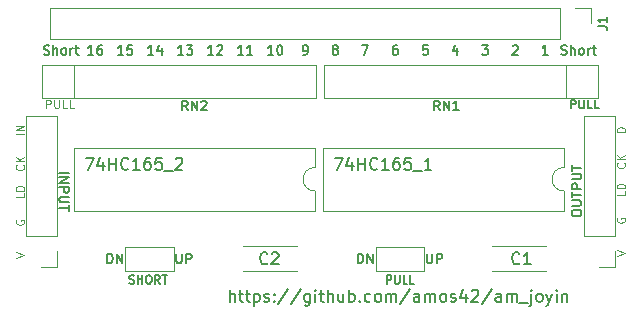
<source format=gbr>
%TF.GenerationSoftware,KiCad,Pcbnew,7.0.1*%
%TF.CreationDate,2023-05-21T17:19:05+09:00*%
%TF.ProjectId,joystick_74hc165_input_1p,6a6f7973-7469-4636-9b5f-373468633136,2*%
%TF.SameCoordinates,Original*%
%TF.FileFunction,Legend,Top*%
%TF.FilePolarity,Positive*%
%FSLAX46Y46*%
G04 Gerber Fmt 4.6, Leading zero omitted, Abs format (unit mm)*
G04 Created by KiCad (PCBNEW 7.0.1) date 2023-05-21 17:19:05*
%MOMM*%
%LPD*%
G01*
G04 APERTURE LIST*
%ADD10C,0.150000*%
%ADD11C,0.100000*%
%ADD12C,0.175000*%
%ADD13C,0.200000*%
%ADD14C,0.120000*%
G04 APERTURE END LIST*
D10*
X146262695Y-107776819D02*
X146262695Y-106776819D01*
X146691266Y-107776819D02*
X146691266Y-107253009D01*
X146691266Y-107253009D02*
X146643647Y-107157771D01*
X146643647Y-107157771D02*
X146548409Y-107110152D01*
X146548409Y-107110152D02*
X146405552Y-107110152D01*
X146405552Y-107110152D02*
X146310314Y-107157771D01*
X146310314Y-107157771D02*
X146262695Y-107205390D01*
X147024600Y-107110152D02*
X147405552Y-107110152D01*
X147167457Y-106776819D02*
X147167457Y-107633961D01*
X147167457Y-107633961D02*
X147215076Y-107729200D01*
X147215076Y-107729200D02*
X147310314Y-107776819D01*
X147310314Y-107776819D02*
X147405552Y-107776819D01*
X147596029Y-107110152D02*
X147976981Y-107110152D01*
X147738886Y-106776819D02*
X147738886Y-107633961D01*
X147738886Y-107633961D02*
X147786505Y-107729200D01*
X147786505Y-107729200D02*
X147881743Y-107776819D01*
X147881743Y-107776819D02*
X147976981Y-107776819D01*
X148310315Y-107110152D02*
X148310315Y-108110152D01*
X148310315Y-107157771D02*
X148405553Y-107110152D01*
X148405553Y-107110152D02*
X148596029Y-107110152D01*
X148596029Y-107110152D02*
X148691267Y-107157771D01*
X148691267Y-107157771D02*
X148738886Y-107205390D01*
X148738886Y-107205390D02*
X148786505Y-107300628D01*
X148786505Y-107300628D02*
X148786505Y-107586342D01*
X148786505Y-107586342D02*
X148738886Y-107681580D01*
X148738886Y-107681580D02*
X148691267Y-107729200D01*
X148691267Y-107729200D02*
X148596029Y-107776819D01*
X148596029Y-107776819D02*
X148405553Y-107776819D01*
X148405553Y-107776819D02*
X148310315Y-107729200D01*
X149167458Y-107729200D02*
X149262696Y-107776819D01*
X149262696Y-107776819D02*
X149453172Y-107776819D01*
X149453172Y-107776819D02*
X149548410Y-107729200D01*
X149548410Y-107729200D02*
X149596029Y-107633961D01*
X149596029Y-107633961D02*
X149596029Y-107586342D01*
X149596029Y-107586342D02*
X149548410Y-107491104D01*
X149548410Y-107491104D02*
X149453172Y-107443485D01*
X149453172Y-107443485D02*
X149310315Y-107443485D01*
X149310315Y-107443485D02*
X149215077Y-107395866D01*
X149215077Y-107395866D02*
X149167458Y-107300628D01*
X149167458Y-107300628D02*
X149167458Y-107253009D01*
X149167458Y-107253009D02*
X149215077Y-107157771D01*
X149215077Y-107157771D02*
X149310315Y-107110152D01*
X149310315Y-107110152D02*
X149453172Y-107110152D01*
X149453172Y-107110152D02*
X149548410Y-107157771D01*
X150024601Y-107681580D02*
X150072220Y-107729200D01*
X150072220Y-107729200D02*
X150024601Y-107776819D01*
X150024601Y-107776819D02*
X149976982Y-107729200D01*
X149976982Y-107729200D02*
X150024601Y-107681580D01*
X150024601Y-107681580D02*
X150024601Y-107776819D01*
X150024601Y-107157771D02*
X150072220Y-107205390D01*
X150072220Y-107205390D02*
X150024601Y-107253009D01*
X150024601Y-107253009D02*
X149976982Y-107205390D01*
X149976982Y-107205390D02*
X150024601Y-107157771D01*
X150024601Y-107157771D02*
X150024601Y-107253009D01*
X151215076Y-106729200D02*
X150357934Y-108014914D01*
X152262695Y-106729200D02*
X151405553Y-108014914D01*
X153024600Y-107110152D02*
X153024600Y-107919676D01*
X153024600Y-107919676D02*
X152976981Y-108014914D01*
X152976981Y-108014914D02*
X152929362Y-108062533D01*
X152929362Y-108062533D02*
X152834124Y-108110152D01*
X152834124Y-108110152D02*
X152691267Y-108110152D01*
X152691267Y-108110152D02*
X152596029Y-108062533D01*
X153024600Y-107729200D02*
X152929362Y-107776819D01*
X152929362Y-107776819D02*
X152738886Y-107776819D01*
X152738886Y-107776819D02*
X152643648Y-107729200D01*
X152643648Y-107729200D02*
X152596029Y-107681580D01*
X152596029Y-107681580D02*
X152548410Y-107586342D01*
X152548410Y-107586342D02*
X152548410Y-107300628D01*
X152548410Y-107300628D02*
X152596029Y-107205390D01*
X152596029Y-107205390D02*
X152643648Y-107157771D01*
X152643648Y-107157771D02*
X152738886Y-107110152D01*
X152738886Y-107110152D02*
X152929362Y-107110152D01*
X152929362Y-107110152D02*
X153024600Y-107157771D01*
X153500791Y-107776819D02*
X153500791Y-107110152D01*
X153500791Y-106776819D02*
X153453172Y-106824438D01*
X153453172Y-106824438D02*
X153500791Y-106872057D01*
X153500791Y-106872057D02*
X153548410Y-106824438D01*
X153548410Y-106824438D02*
X153500791Y-106776819D01*
X153500791Y-106776819D02*
X153500791Y-106872057D01*
X153834124Y-107110152D02*
X154215076Y-107110152D01*
X153976981Y-106776819D02*
X153976981Y-107633961D01*
X153976981Y-107633961D02*
X154024600Y-107729200D01*
X154024600Y-107729200D02*
X154119838Y-107776819D01*
X154119838Y-107776819D02*
X154215076Y-107776819D01*
X154548410Y-107776819D02*
X154548410Y-106776819D01*
X154976981Y-107776819D02*
X154976981Y-107253009D01*
X154976981Y-107253009D02*
X154929362Y-107157771D01*
X154929362Y-107157771D02*
X154834124Y-107110152D01*
X154834124Y-107110152D02*
X154691267Y-107110152D01*
X154691267Y-107110152D02*
X154596029Y-107157771D01*
X154596029Y-107157771D02*
X154548410Y-107205390D01*
X155881743Y-107110152D02*
X155881743Y-107776819D01*
X155453172Y-107110152D02*
X155453172Y-107633961D01*
X155453172Y-107633961D02*
X155500791Y-107729200D01*
X155500791Y-107729200D02*
X155596029Y-107776819D01*
X155596029Y-107776819D02*
X155738886Y-107776819D01*
X155738886Y-107776819D02*
X155834124Y-107729200D01*
X155834124Y-107729200D02*
X155881743Y-107681580D01*
X156357934Y-107776819D02*
X156357934Y-106776819D01*
X156357934Y-107157771D02*
X156453172Y-107110152D01*
X156453172Y-107110152D02*
X156643648Y-107110152D01*
X156643648Y-107110152D02*
X156738886Y-107157771D01*
X156738886Y-107157771D02*
X156786505Y-107205390D01*
X156786505Y-107205390D02*
X156834124Y-107300628D01*
X156834124Y-107300628D02*
X156834124Y-107586342D01*
X156834124Y-107586342D02*
X156786505Y-107681580D01*
X156786505Y-107681580D02*
X156738886Y-107729200D01*
X156738886Y-107729200D02*
X156643648Y-107776819D01*
X156643648Y-107776819D02*
X156453172Y-107776819D01*
X156453172Y-107776819D02*
X156357934Y-107729200D01*
X157262696Y-107681580D02*
X157310315Y-107729200D01*
X157310315Y-107729200D02*
X157262696Y-107776819D01*
X157262696Y-107776819D02*
X157215077Y-107729200D01*
X157215077Y-107729200D02*
X157262696Y-107681580D01*
X157262696Y-107681580D02*
X157262696Y-107776819D01*
X158167457Y-107729200D02*
X158072219Y-107776819D01*
X158072219Y-107776819D02*
X157881743Y-107776819D01*
X157881743Y-107776819D02*
X157786505Y-107729200D01*
X157786505Y-107729200D02*
X157738886Y-107681580D01*
X157738886Y-107681580D02*
X157691267Y-107586342D01*
X157691267Y-107586342D02*
X157691267Y-107300628D01*
X157691267Y-107300628D02*
X157738886Y-107205390D01*
X157738886Y-107205390D02*
X157786505Y-107157771D01*
X157786505Y-107157771D02*
X157881743Y-107110152D01*
X157881743Y-107110152D02*
X158072219Y-107110152D01*
X158072219Y-107110152D02*
X158167457Y-107157771D01*
X158738886Y-107776819D02*
X158643648Y-107729200D01*
X158643648Y-107729200D02*
X158596029Y-107681580D01*
X158596029Y-107681580D02*
X158548410Y-107586342D01*
X158548410Y-107586342D02*
X158548410Y-107300628D01*
X158548410Y-107300628D02*
X158596029Y-107205390D01*
X158596029Y-107205390D02*
X158643648Y-107157771D01*
X158643648Y-107157771D02*
X158738886Y-107110152D01*
X158738886Y-107110152D02*
X158881743Y-107110152D01*
X158881743Y-107110152D02*
X158976981Y-107157771D01*
X158976981Y-107157771D02*
X159024600Y-107205390D01*
X159024600Y-107205390D02*
X159072219Y-107300628D01*
X159072219Y-107300628D02*
X159072219Y-107586342D01*
X159072219Y-107586342D02*
X159024600Y-107681580D01*
X159024600Y-107681580D02*
X158976981Y-107729200D01*
X158976981Y-107729200D02*
X158881743Y-107776819D01*
X158881743Y-107776819D02*
X158738886Y-107776819D01*
X159500791Y-107776819D02*
X159500791Y-107110152D01*
X159500791Y-107205390D02*
X159548410Y-107157771D01*
X159548410Y-107157771D02*
X159643648Y-107110152D01*
X159643648Y-107110152D02*
X159786505Y-107110152D01*
X159786505Y-107110152D02*
X159881743Y-107157771D01*
X159881743Y-107157771D02*
X159929362Y-107253009D01*
X159929362Y-107253009D02*
X159929362Y-107776819D01*
X159929362Y-107253009D02*
X159976981Y-107157771D01*
X159976981Y-107157771D02*
X160072219Y-107110152D01*
X160072219Y-107110152D02*
X160215076Y-107110152D01*
X160215076Y-107110152D02*
X160310315Y-107157771D01*
X160310315Y-107157771D02*
X160357934Y-107253009D01*
X160357934Y-107253009D02*
X160357934Y-107776819D01*
X161548409Y-106729200D02*
X160691267Y-108014914D01*
X162310314Y-107776819D02*
X162310314Y-107253009D01*
X162310314Y-107253009D02*
X162262695Y-107157771D01*
X162262695Y-107157771D02*
X162167457Y-107110152D01*
X162167457Y-107110152D02*
X161976981Y-107110152D01*
X161976981Y-107110152D02*
X161881743Y-107157771D01*
X162310314Y-107729200D02*
X162215076Y-107776819D01*
X162215076Y-107776819D02*
X161976981Y-107776819D01*
X161976981Y-107776819D02*
X161881743Y-107729200D01*
X161881743Y-107729200D02*
X161834124Y-107633961D01*
X161834124Y-107633961D02*
X161834124Y-107538723D01*
X161834124Y-107538723D02*
X161881743Y-107443485D01*
X161881743Y-107443485D02*
X161976981Y-107395866D01*
X161976981Y-107395866D02*
X162215076Y-107395866D01*
X162215076Y-107395866D02*
X162310314Y-107348247D01*
X162786505Y-107776819D02*
X162786505Y-107110152D01*
X162786505Y-107205390D02*
X162834124Y-107157771D01*
X162834124Y-107157771D02*
X162929362Y-107110152D01*
X162929362Y-107110152D02*
X163072219Y-107110152D01*
X163072219Y-107110152D02*
X163167457Y-107157771D01*
X163167457Y-107157771D02*
X163215076Y-107253009D01*
X163215076Y-107253009D02*
X163215076Y-107776819D01*
X163215076Y-107253009D02*
X163262695Y-107157771D01*
X163262695Y-107157771D02*
X163357933Y-107110152D01*
X163357933Y-107110152D02*
X163500790Y-107110152D01*
X163500790Y-107110152D02*
X163596029Y-107157771D01*
X163596029Y-107157771D02*
X163643648Y-107253009D01*
X163643648Y-107253009D02*
X163643648Y-107776819D01*
X164262695Y-107776819D02*
X164167457Y-107729200D01*
X164167457Y-107729200D02*
X164119838Y-107681580D01*
X164119838Y-107681580D02*
X164072219Y-107586342D01*
X164072219Y-107586342D02*
X164072219Y-107300628D01*
X164072219Y-107300628D02*
X164119838Y-107205390D01*
X164119838Y-107205390D02*
X164167457Y-107157771D01*
X164167457Y-107157771D02*
X164262695Y-107110152D01*
X164262695Y-107110152D02*
X164405552Y-107110152D01*
X164405552Y-107110152D02*
X164500790Y-107157771D01*
X164500790Y-107157771D02*
X164548409Y-107205390D01*
X164548409Y-107205390D02*
X164596028Y-107300628D01*
X164596028Y-107300628D02*
X164596028Y-107586342D01*
X164596028Y-107586342D02*
X164548409Y-107681580D01*
X164548409Y-107681580D02*
X164500790Y-107729200D01*
X164500790Y-107729200D02*
X164405552Y-107776819D01*
X164405552Y-107776819D02*
X164262695Y-107776819D01*
X164976981Y-107729200D02*
X165072219Y-107776819D01*
X165072219Y-107776819D02*
X165262695Y-107776819D01*
X165262695Y-107776819D02*
X165357933Y-107729200D01*
X165357933Y-107729200D02*
X165405552Y-107633961D01*
X165405552Y-107633961D02*
X165405552Y-107586342D01*
X165405552Y-107586342D02*
X165357933Y-107491104D01*
X165357933Y-107491104D02*
X165262695Y-107443485D01*
X165262695Y-107443485D02*
X165119838Y-107443485D01*
X165119838Y-107443485D02*
X165024600Y-107395866D01*
X165024600Y-107395866D02*
X164976981Y-107300628D01*
X164976981Y-107300628D02*
X164976981Y-107253009D01*
X164976981Y-107253009D02*
X165024600Y-107157771D01*
X165024600Y-107157771D02*
X165119838Y-107110152D01*
X165119838Y-107110152D02*
X165262695Y-107110152D01*
X165262695Y-107110152D02*
X165357933Y-107157771D01*
X166262695Y-107110152D02*
X166262695Y-107776819D01*
X166024600Y-106729200D02*
X165786505Y-107443485D01*
X165786505Y-107443485D02*
X166405552Y-107443485D01*
X166738886Y-106872057D02*
X166786505Y-106824438D01*
X166786505Y-106824438D02*
X166881743Y-106776819D01*
X166881743Y-106776819D02*
X167119838Y-106776819D01*
X167119838Y-106776819D02*
X167215076Y-106824438D01*
X167215076Y-106824438D02*
X167262695Y-106872057D01*
X167262695Y-106872057D02*
X167310314Y-106967295D01*
X167310314Y-106967295D02*
X167310314Y-107062533D01*
X167310314Y-107062533D02*
X167262695Y-107205390D01*
X167262695Y-107205390D02*
X166691267Y-107776819D01*
X166691267Y-107776819D02*
X167310314Y-107776819D01*
X168453171Y-106729200D02*
X167596029Y-108014914D01*
X169215076Y-107776819D02*
X169215076Y-107253009D01*
X169215076Y-107253009D02*
X169167457Y-107157771D01*
X169167457Y-107157771D02*
X169072219Y-107110152D01*
X169072219Y-107110152D02*
X168881743Y-107110152D01*
X168881743Y-107110152D02*
X168786505Y-107157771D01*
X169215076Y-107729200D02*
X169119838Y-107776819D01*
X169119838Y-107776819D02*
X168881743Y-107776819D01*
X168881743Y-107776819D02*
X168786505Y-107729200D01*
X168786505Y-107729200D02*
X168738886Y-107633961D01*
X168738886Y-107633961D02*
X168738886Y-107538723D01*
X168738886Y-107538723D02*
X168786505Y-107443485D01*
X168786505Y-107443485D02*
X168881743Y-107395866D01*
X168881743Y-107395866D02*
X169119838Y-107395866D01*
X169119838Y-107395866D02*
X169215076Y-107348247D01*
X169691267Y-107776819D02*
X169691267Y-107110152D01*
X169691267Y-107205390D02*
X169738886Y-107157771D01*
X169738886Y-107157771D02*
X169834124Y-107110152D01*
X169834124Y-107110152D02*
X169976981Y-107110152D01*
X169976981Y-107110152D02*
X170072219Y-107157771D01*
X170072219Y-107157771D02*
X170119838Y-107253009D01*
X170119838Y-107253009D02*
X170119838Y-107776819D01*
X170119838Y-107253009D02*
X170167457Y-107157771D01*
X170167457Y-107157771D02*
X170262695Y-107110152D01*
X170262695Y-107110152D02*
X170405552Y-107110152D01*
X170405552Y-107110152D02*
X170500791Y-107157771D01*
X170500791Y-107157771D02*
X170548410Y-107253009D01*
X170548410Y-107253009D02*
X170548410Y-107776819D01*
X170786505Y-107872057D02*
X171548409Y-107872057D01*
X171786505Y-107110152D02*
X171786505Y-107967295D01*
X171786505Y-107967295D02*
X171738886Y-108062533D01*
X171738886Y-108062533D02*
X171643648Y-108110152D01*
X171643648Y-108110152D02*
X171596029Y-108110152D01*
X171786505Y-106776819D02*
X171738886Y-106824438D01*
X171738886Y-106824438D02*
X171786505Y-106872057D01*
X171786505Y-106872057D02*
X171834124Y-106824438D01*
X171834124Y-106824438D02*
X171786505Y-106776819D01*
X171786505Y-106776819D02*
X171786505Y-106872057D01*
X172405552Y-107776819D02*
X172310314Y-107729200D01*
X172310314Y-107729200D02*
X172262695Y-107681580D01*
X172262695Y-107681580D02*
X172215076Y-107586342D01*
X172215076Y-107586342D02*
X172215076Y-107300628D01*
X172215076Y-107300628D02*
X172262695Y-107205390D01*
X172262695Y-107205390D02*
X172310314Y-107157771D01*
X172310314Y-107157771D02*
X172405552Y-107110152D01*
X172405552Y-107110152D02*
X172548409Y-107110152D01*
X172548409Y-107110152D02*
X172643647Y-107157771D01*
X172643647Y-107157771D02*
X172691266Y-107205390D01*
X172691266Y-107205390D02*
X172738885Y-107300628D01*
X172738885Y-107300628D02*
X172738885Y-107586342D01*
X172738885Y-107586342D02*
X172691266Y-107681580D01*
X172691266Y-107681580D02*
X172643647Y-107729200D01*
X172643647Y-107729200D02*
X172548409Y-107776819D01*
X172548409Y-107776819D02*
X172405552Y-107776819D01*
X173072219Y-107110152D02*
X173310314Y-107776819D01*
X173548409Y-107110152D02*
X173310314Y-107776819D01*
X173310314Y-107776819D02*
X173215076Y-108014914D01*
X173215076Y-108014914D02*
X173167457Y-108062533D01*
X173167457Y-108062533D02*
X173072219Y-108110152D01*
X173929362Y-107776819D02*
X173929362Y-107110152D01*
X173929362Y-106776819D02*
X173881743Y-106824438D01*
X173881743Y-106824438D02*
X173929362Y-106872057D01*
X173929362Y-106872057D02*
X173976981Y-106824438D01*
X173976981Y-106824438D02*
X173929362Y-106776819D01*
X173929362Y-106776819D02*
X173929362Y-106872057D01*
X174405552Y-107110152D02*
X174405552Y-107776819D01*
X174405552Y-107205390D02*
X174453171Y-107157771D01*
X174453171Y-107157771D02*
X174548409Y-107110152D01*
X174548409Y-107110152D02*
X174691266Y-107110152D01*
X174691266Y-107110152D02*
X174786504Y-107157771D01*
X174786504Y-107157771D02*
X174834123Y-107253009D01*
X174834123Y-107253009D02*
X174834123Y-107776819D01*
D11*
X128147833Y-104074997D02*
X128847833Y-103841664D01*
X128847833Y-103841664D02*
X128147833Y-103608330D01*
X128181166Y-100874998D02*
X128147833Y-100941665D01*
X128147833Y-100941665D02*
X128147833Y-101041665D01*
X128147833Y-101041665D02*
X128181166Y-101141665D01*
X128181166Y-101141665D02*
X128247833Y-101208332D01*
X128247833Y-101208332D02*
X128314500Y-101241665D01*
X128314500Y-101241665D02*
X128447833Y-101274998D01*
X128447833Y-101274998D02*
X128547833Y-101274998D01*
X128547833Y-101274998D02*
X128681166Y-101241665D01*
X128681166Y-101241665D02*
X128747833Y-101208332D01*
X128747833Y-101208332D02*
X128814500Y-101141665D01*
X128814500Y-101141665D02*
X128847833Y-101041665D01*
X128847833Y-101041665D02*
X128847833Y-100974998D01*
X128847833Y-100974998D02*
X128814500Y-100874998D01*
X128814500Y-100874998D02*
X128781166Y-100841665D01*
X128781166Y-100841665D02*
X128547833Y-100841665D01*
X128547833Y-100841665D02*
X128547833Y-100974998D01*
X128847833Y-98608333D02*
X128847833Y-98941666D01*
X128847833Y-98941666D02*
X128147833Y-98941666D01*
X128847833Y-98374999D02*
X128147833Y-98374999D01*
X128147833Y-98374999D02*
X128147833Y-98208332D01*
X128147833Y-98208332D02*
X128181166Y-98108332D01*
X128181166Y-98108332D02*
X128247833Y-98041666D01*
X128247833Y-98041666D02*
X128314500Y-98008332D01*
X128314500Y-98008332D02*
X128447833Y-97974999D01*
X128447833Y-97974999D02*
X128547833Y-97974999D01*
X128547833Y-97974999D02*
X128681166Y-98008332D01*
X128681166Y-98008332D02*
X128747833Y-98041666D01*
X128747833Y-98041666D02*
X128814500Y-98108332D01*
X128814500Y-98108332D02*
X128847833Y-98208332D01*
X128847833Y-98208332D02*
X128847833Y-98374999D01*
X128781166Y-96208333D02*
X128814500Y-96241666D01*
X128814500Y-96241666D02*
X128847833Y-96341666D01*
X128847833Y-96341666D02*
X128847833Y-96408333D01*
X128847833Y-96408333D02*
X128814500Y-96508333D01*
X128814500Y-96508333D02*
X128747833Y-96575000D01*
X128747833Y-96575000D02*
X128681166Y-96608333D01*
X128681166Y-96608333D02*
X128547833Y-96641666D01*
X128547833Y-96641666D02*
X128447833Y-96641666D01*
X128447833Y-96641666D02*
X128314500Y-96608333D01*
X128314500Y-96608333D02*
X128247833Y-96575000D01*
X128247833Y-96575000D02*
X128181166Y-96508333D01*
X128181166Y-96508333D02*
X128147833Y-96408333D01*
X128147833Y-96408333D02*
X128147833Y-96341666D01*
X128147833Y-96341666D02*
X128181166Y-96241666D01*
X128181166Y-96241666D02*
X128214500Y-96208333D01*
X128847833Y-95908333D02*
X128147833Y-95908333D01*
X128847833Y-95508333D02*
X128447833Y-95808333D01*
X128147833Y-95508333D02*
X128547833Y-95908333D01*
X128847833Y-93608334D02*
X128147833Y-93608334D01*
X128847833Y-93275001D02*
X128147833Y-93275001D01*
X128147833Y-93275001D02*
X128847833Y-92875001D01*
X128847833Y-92875001D02*
X128147833Y-92875001D01*
X179024033Y-103891664D02*
X179724033Y-103658331D01*
X179724033Y-103658331D02*
X179024033Y-103424997D01*
X179057366Y-100691665D02*
X179024033Y-100758332D01*
X179024033Y-100758332D02*
X179024033Y-100858332D01*
X179024033Y-100858332D02*
X179057366Y-100958332D01*
X179057366Y-100958332D02*
X179124033Y-101024999D01*
X179124033Y-101024999D02*
X179190700Y-101058332D01*
X179190700Y-101058332D02*
X179324033Y-101091665D01*
X179324033Y-101091665D02*
X179424033Y-101091665D01*
X179424033Y-101091665D02*
X179557366Y-101058332D01*
X179557366Y-101058332D02*
X179624033Y-101024999D01*
X179624033Y-101024999D02*
X179690700Y-100958332D01*
X179690700Y-100958332D02*
X179724033Y-100858332D01*
X179724033Y-100858332D02*
X179724033Y-100791665D01*
X179724033Y-100791665D02*
X179690700Y-100691665D01*
X179690700Y-100691665D02*
X179657366Y-100658332D01*
X179657366Y-100658332D02*
X179424033Y-100658332D01*
X179424033Y-100658332D02*
X179424033Y-100791665D01*
X179724033Y-98425000D02*
X179724033Y-98758333D01*
X179724033Y-98758333D02*
X179024033Y-98758333D01*
X179724033Y-98191666D02*
X179024033Y-98191666D01*
X179024033Y-98191666D02*
X179024033Y-98024999D01*
X179024033Y-98024999D02*
X179057366Y-97924999D01*
X179057366Y-97924999D02*
X179124033Y-97858333D01*
X179124033Y-97858333D02*
X179190700Y-97824999D01*
X179190700Y-97824999D02*
X179324033Y-97791666D01*
X179324033Y-97791666D02*
X179424033Y-97791666D01*
X179424033Y-97791666D02*
X179557366Y-97824999D01*
X179557366Y-97824999D02*
X179624033Y-97858333D01*
X179624033Y-97858333D02*
X179690700Y-97924999D01*
X179690700Y-97924999D02*
X179724033Y-98024999D01*
X179724033Y-98024999D02*
X179724033Y-98191666D01*
X179657366Y-96025000D02*
X179690700Y-96058333D01*
X179690700Y-96058333D02*
X179724033Y-96158333D01*
X179724033Y-96158333D02*
X179724033Y-96225000D01*
X179724033Y-96225000D02*
X179690700Y-96325000D01*
X179690700Y-96325000D02*
X179624033Y-96391667D01*
X179624033Y-96391667D02*
X179557366Y-96425000D01*
X179557366Y-96425000D02*
X179424033Y-96458333D01*
X179424033Y-96458333D02*
X179324033Y-96458333D01*
X179324033Y-96458333D02*
X179190700Y-96425000D01*
X179190700Y-96425000D02*
X179124033Y-96391667D01*
X179124033Y-96391667D02*
X179057366Y-96325000D01*
X179057366Y-96325000D02*
X179024033Y-96225000D01*
X179024033Y-96225000D02*
X179024033Y-96158333D01*
X179024033Y-96158333D02*
X179057366Y-96058333D01*
X179057366Y-96058333D02*
X179090700Y-96025000D01*
X179724033Y-95725000D02*
X179024033Y-95725000D01*
X179724033Y-95325000D02*
X179324033Y-95625000D01*
X179024033Y-95325000D02*
X179424033Y-95725000D01*
X179724033Y-93425001D02*
X179024033Y-93425001D01*
X179024033Y-93425001D02*
X179024033Y-93258334D01*
X179024033Y-93258334D02*
X179057366Y-93158334D01*
X179057366Y-93158334D02*
X179124033Y-93091668D01*
X179124033Y-93091668D02*
X179190700Y-93058334D01*
X179190700Y-93058334D02*
X179324033Y-93025001D01*
X179324033Y-93025001D02*
X179424033Y-93025001D01*
X179424033Y-93025001D02*
X179557366Y-93058334D01*
X179557366Y-93058334D02*
X179624033Y-93091668D01*
X179624033Y-93091668D02*
X179690700Y-93158334D01*
X179690700Y-93158334D02*
X179724033Y-93258334D01*
X179724033Y-93258334D02*
X179724033Y-93425001D01*
D10*
X174339427Y-86819000D02*
X174453713Y-86857095D01*
X174453713Y-86857095D02*
X174644189Y-86857095D01*
X174644189Y-86857095D02*
X174720380Y-86819000D01*
X174720380Y-86819000D02*
X174758475Y-86780904D01*
X174758475Y-86780904D02*
X174796570Y-86704714D01*
X174796570Y-86704714D02*
X174796570Y-86628523D01*
X174796570Y-86628523D02*
X174758475Y-86552333D01*
X174758475Y-86552333D02*
X174720380Y-86514238D01*
X174720380Y-86514238D02*
X174644189Y-86476142D01*
X174644189Y-86476142D02*
X174491808Y-86438047D01*
X174491808Y-86438047D02*
X174415618Y-86399952D01*
X174415618Y-86399952D02*
X174377523Y-86361857D01*
X174377523Y-86361857D02*
X174339427Y-86285666D01*
X174339427Y-86285666D02*
X174339427Y-86209476D01*
X174339427Y-86209476D02*
X174377523Y-86133285D01*
X174377523Y-86133285D02*
X174415618Y-86095190D01*
X174415618Y-86095190D02*
X174491808Y-86057095D01*
X174491808Y-86057095D02*
X174682285Y-86057095D01*
X174682285Y-86057095D02*
X174796570Y-86095190D01*
X175139428Y-86857095D02*
X175139428Y-86057095D01*
X175482285Y-86857095D02*
X175482285Y-86438047D01*
X175482285Y-86438047D02*
X175444190Y-86361857D01*
X175444190Y-86361857D02*
X175367999Y-86323761D01*
X175367999Y-86323761D02*
X175253713Y-86323761D01*
X175253713Y-86323761D02*
X175177523Y-86361857D01*
X175177523Y-86361857D02*
X175139428Y-86399952D01*
X175977523Y-86857095D02*
X175901333Y-86819000D01*
X175901333Y-86819000D02*
X175863238Y-86780904D01*
X175863238Y-86780904D02*
X175825142Y-86704714D01*
X175825142Y-86704714D02*
X175825142Y-86476142D01*
X175825142Y-86476142D02*
X175863238Y-86399952D01*
X175863238Y-86399952D02*
X175901333Y-86361857D01*
X175901333Y-86361857D02*
X175977523Y-86323761D01*
X175977523Y-86323761D02*
X176091809Y-86323761D01*
X176091809Y-86323761D02*
X176168000Y-86361857D01*
X176168000Y-86361857D02*
X176206095Y-86399952D01*
X176206095Y-86399952D02*
X176244190Y-86476142D01*
X176244190Y-86476142D02*
X176244190Y-86704714D01*
X176244190Y-86704714D02*
X176206095Y-86780904D01*
X176206095Y-86780904D02*
X176168000Y-86819000D01*
X176168000Y-86819000D02*
X176091809Y-86857095D01*
X176091809Y-86857095D02*
X175977523Y-86857095D01*
X176587048Y-86857095D02*
X176587048Y-86323761D01*
X176587048Y-86476142D02*
X176625143Y-86399952D01*
X176625143Y-86399952D02*
X176663238Y-86361857D01*
X176663238Y-86361857D02*
X176739429Y-86323761D01*
X176739429Y-86323761D02*
X176815619Y-86323761D01*
X176968000Y-86323761D02*
X177272762Y-86323761D01*
X177082286Y-86057095D02*
X177082286Y-86742809D01*
X177082286Y-86742809D02*
X177120381Y-86819000D01*
X177120381Y-86819000D02*
X177196571Y-86857095D01*
X177196571Y-86857095D02*
X177272762Y-86857095D01*
X134721618Y-86857095D02*
X134264475Y-86857095D01*
X134493047Y-86857095D02*
X134493047Y-86057095D01*
X134493047Y-86057095D02*
X134416856Y-86171380D01*
X134416856Y-86171380D02*
X134340666Y-86247571D01*
X134340666Y-86247571D02*
X134264475Y-86285666D01*
X135407333Y-86057095D02*
X135254952Y-86057095D01*
X135254952Y-86057095D02*
X135178761Y-86095190D01*
X135178761Y-86095190D02*
X135140666Y-86133285D01*
X135140666Y-86133285D02*
X135064476Y-86247571D01*
X135064476Y-86247571D02*
X135026380Y-86399952D01*
X135026380Y-86399952D02*
X135026380Y-86704714D01*
X135026380Y-86704714D02*
X135064476Y-86780904D01*
X135064476Y-86780904D02*
X135102571Y-86819000D01*
X135102571Y-86819000D02*
X135178761Y-86857095D01*
X135178761Y-86857095D02*
X135331142Y-86857095D01*
X135331142Y-86857095D02*
X135407333Y-86819000D01*
X135407333Y-86819000D02*
X135445428Y-86780904D01*
X135445428Y-86780904D02*
X135483523Y-86704714D01*
X135483523Y-86704714D02*
X135483523Y-86514238D01*
X135483523Y-86514238D02*
X135445428Y-86438047D01*
X135445428Y-86438047D02*
X135407333Y-86399952D01*
X135407333Y-86399952D02*
X135331142Y-86361857D01*
X135331142Y-86361857D02*
X135178761Y-86361857D01*
X135178761Y-86361857D02*
X135102571Y-86399952D01*
X135102571Y-86399952D02*
X135064476Y-86438047D01*
X135064476Y-86438047D02*
X135026380Y-86514238D01*
X155117809Y-86399952D02*
X155041619Y-86361857D01*
X155041619Y-86361857D02*
X155003524Y-86323761D01*
X155003524Y-86323761D02*
X154965428Y-86247571D01*
X154965428Y-86247571D02*
X154965428Y-86209476D01*
X154965428Y-86209476D02*
X155003524Y-86133285D01*
X155003524Y-86133285D02*
X155041619Y-86095190D01*
X155041619Y-86095190D02*
X155117809Y-86057095D01*
X155117809Y-86057095D02*
X155270190Y-86057095D01*
X155270190Y-86057095D02*
X155346381Y-86095190D01*
X155346381Y-86095190D02*
X155384476Y-86133285D01*
X155384476Y-86133285D02*
X155422571Y-86209476D01*
X155422571Y-86209476D02*
X155422571Y-86247571D01*
X155422571Y-86247571D02*
X155384476Y-86323761D01*
X155384476Y-86323761D02*
X155346381Y-86361857D01*
X155346381Y-86361857D02*
X155270190Y-86399952D01*
X155270190Y-86399952D02*
X155117809Y-86399952D01*
X155117809Y-86399952D02*
X155041619Y-86438047D01*
X155041619Y-86438047D02*
X155003524Y-86476142D01*
X155003524Y-86476142D02*
X154965428Y-86552333D01*
X154965428Y-86552333D02*
X154965428Y-86704714D01*
X154965428Y-86704714D02*
X155003524Y-86780904D01*
X155003524Y-86780904D02*
X155041619Y-86819000D01*
X155041619Y-86819000D02*
X155117809Y-86857095D01*
X155117809Y-86857095D02*
X155270190Y-86857095D01*
X155270190Y-86857095D02*
X155346381Y-86819000D01*
X155346381Y-86819000D02*
X155384476Y-86780904D01*
X155384476Y-86780904D02*
X155422571Y-86704714D01*
X155422571Y-86704714D02*
X155422571Y-86552333D01*
X155422571Y-86552333D02*
X155384476Y-86476142D01*
X155384476Y-86476142D02*
X155346381Y-86438047D01*
X155346381Y-86438047D02*
X155270190Y-86399952D01*
X173202571Y-86857095D02*
X172745428Y-86857095D01*
X172974000Y-86857095D02*
X172974000Y-86057095D01*
X172974000Y-86057095D02*
X172897809Y-86171380D01*
X172897809Y-86171380D02*
X172821619Y-86247571D01*
X172821619Y-86247571D02*
X172745428Y-86285666D01*
D12*
X137769000Y-106208500D02*
X137869000Y-106241833D01*
X137869000Y-106241833D02*
X138035667Y-106241833D01*
X138035667Y-106241833D02*
X138102333Y-106208500D01*
X138102333Y-106208500D02*
X138135667Y-106175166D01*
X138135667Y-106175166D02*
X138169000Y-106108500D01*
X138169000Y-106108500D02*
X138169000Y-106041833D01*
X138169000Y-106041833D02*
X138135667Y-105975166D01*
X138135667Y-105975166D02*
X138102333Y-105941833D01*
X138102333Y-105941833D02*
X138035667Y-105908500D01*
X138035667Y-105908500D02*
X137902333Y-105875166D01*
X137902333Y-105875166D02*
X137835667Y-105841833D01*
X137835667Y-105841833D02*
X137802333Y-105808500D01*
X137802333Y-105808500D02*
X137769000Y-105741833D01*
X137769000Y-105741833D02*
X137769000Y-105675166D01*
X137769000Y-105675166D02*
X137802333Y-105608500D01*
X137802333Y-105608500D02*
X137835667Y-105575166D01*
X137835667Y-105575166D02*
X137902333Y-105541833D01*
X137902333Y-105541833D02*
X138069000Y-105541833D01*
X138069000Y-105541833D02*
X138169000Y-105575166D01*
X138469000Y-106241833D02*
X138469000Y-105541833D01*
X138469000Y-105875166D02*
X138869000Y-105875166D01*
X138869000Y-106241833D02*
X138869000Y-105541833D01*
X139335667Y-105541833D02*
X139469000Y-105541833D01*
X139469000Y-105541833D02*
X139535667Y-105575166D01*
X139535667Y-105575166D02*
X139602333Y-105641833D01*
X139602333Y-105641833D02*
X139635667Y-105775166D01*
X139635667Y-105775166D02*
X139635667Y-106008500D01*
X139635667Y-106008500D02*
X139602333Y-106141833D01*
X139602333Y-106141833D02*
X139535667Y-106208500D01*
X139535667Y-106208500D02*
X139469000Y-106241833D01*
X139469000Y-106241833D02*
X139335667Y-106241833D01*
X139335667Y-106241833D02*
X139269000Y-106208500D01*
X139269000Y-106208500D02*
X139202333Y-106141833D01*
X139202333Y-106141833D02*
X139169000Y-106008500D01*
X139169000Y-106008500D02*
X139169000Y-105775166D01*
X139169000Y-105775166D02*
X139202333Y-105641833D01*
X139202333Y-105641833D02*
X139269000Y-105575166D01*
X139269000Y-105575166D02*
X139335667Y-105541833D01*
X140335666Y-106241833D02*
X140102333Y-105908500D01*
X139935666Y-106241833D02*
X139935666Y-105541833D01*
X139935666Y-105541833D02*
X140202333Y-105541833D01*
X140202333Y-105541833D02*
X140269000Y-105575166D01*
X140269000Y-105575166D02*
X140302333Y-105608500D01*
X140302333Y-105608500D02*
X140335666Y-105675166D01*
X140335666Y-105675166D02*
X140335666Y-105775166D01*
X140335666Y-105775166D02*
X140302333Y-105841833D01*
X140302333Y-105841833D02*
X140269000Y-105875166D01*
X140269000Y-105875166D02*
X140202333Y-105908500D01*
X140202333Y-105908500D02*
X139935666Y-105908500D01*
X140535666Y-105541833D02*
X140935666Y-105541833D01*
X140735666Y-106241833D02*
X140735666Y-105541833D01*
D13*
X175211095Y-100348808D02*
X175211095Y-100196427D01*
X175211095Y-100196427D02*
X175249190Y-100120237D01*
X175249190Y-100120237D02*
X175325380Y-100044046D01*
X175325380Y-100044046D02*
X175477761Y-100005951D01*
X175477761Y-100005951D02*
X175744428Y-100005951D01*
X175744428Y-100005951D02*
X175896809Y-100044046D01*
X175896809Y-100044046D02*
X175973000Y-100120237D01*
X175973000Y-100120237D02*
X176011095Y-100196427D01*
X176011095Y-100196427D02*
X176011095Y-100348808D01*
X176011095Y-100348808D02*
X175973000Y-100424999D01*
X175973000Y-100424999D02*
X175896809Y-100501189D01*
X175896809Y-100501189D02*
X175744428Y-100539285D01*
X175744428Y-100539285D02*
X175477761Y-100539285D01*
X175477761Y-100539285D02*
X175325380Y-100501189D01*
X175325380Y-100501189D02*
X175249190Y-100424999D01*
X175249190Y-100424999D02*
X175211095Y-100348808D01*
X175211095Y-99663094D02*
X175858714Y-99663094D01*
X175858714Y-99663094D02*
X175934904Y-99624999D01*
X175934904Y-99624999D02*
X175973000Y-99586904D01*
X175973000Y-99586904D02*
X176011095Y-99510713D01*
X176011095Y-99510713D02*
X176011095Y-99358332D01*
X176011095Y-99358332D02*
X175973000Y-99282142D01*
X175973000Y-99282142D02*
X175934904Y-99244047D01*
X175934904Y-99244047D02*
X175858714Y-99205951D01*
X175858714Y-99205951D02*
X175211095Y-99205951D01*
X175211095Y-98939285D02*
X175211095Y-98482142D01*
X176011095Y-98710714D02*
X175211095Y-98710714D01*
X176011095Y-98215475D02*
X175211095Y-98215475D01*
X175211095Y-98215475D02*
X175211095Y-97910713D01*
X175211095Y-97910713D02*
X175249190Y-97834523D01*
X175249190Y-97834523D02*
X175287285Y-97796428D01*
X175287285Y-97796428D02*
X175363476Y-97758332D01*
X175363476Y-97758332D02*
X175477761Y-97758332D01*
X175477761Y-97758332D02*
X175553952Y-97796428D01*
X175553952Y-97796428D02*
X175592047Y-97834523D01*
X175592047Y-97834523D02*
X175630142Y-97910713D01*
X175630142Y-97910713D02*
X175630142Y-98215475D01*
X175211095Y-97415475D02*
X175858714Y-97415475D01*
X175858714Y-97415475D02*
X175934904Y-97377380D01*
X175934904Y-97377380D02*
X175973000Y-97339285D01*
X175973000Y-97339285D02*
X176011095Y-97263094D01*
X176011095Y-97263094D02*
X176011095Y-97110713D01*
X176011095Y-97110713D02*
X175973000Y-97034523D01*
X175973000Y-97034523D02*
X175934904Y-96996428D01*
X175934904Y-96996428D02*
X175858714Y-96958332D01*
X175858714Y-96958332D02*
X175211095Y-96958332D01*
X175211095Y-96691666D02*
X175211095Y-96234523D01*
X176011095Y-96463095D02*
X175211095Y-96463095D01*
D10*
X170205428Y-86133285D02*
X170243524Y-86095190D01*
X170243524Y-86095190D02*
X170319714Y-86057095D01*
X170319714Y-86057095D02*
X170510190Y-86057095D01*
X170510190Y-86057095D02*
X170586381Y-86095190D01*
X170586381Y-86095190D02*
X170624476Y-86133285D01*
X170624476Y-86133285D02*
X170662571Y-86209476D01*
X170662571Y-86209476D02*
X170662571Y-86285666D01*
X170662571Y-86285666D02*
X170624476Y-86399952D01*
X170624476Y-86399952D02*
X170167333Y-86857095D01*
X170167333Y-86857095D02*
X170662571Y-86857095D01*
X175159333Y-91408233D02*
X175159333Y-90708233D01*
X175159333Y-90708233D02*
X175426000Y-90708233D01*
X175426000Y-90708233D02*
X175492667Y-90741566D01*
X175492667Y-90741566D02*
X175526000Y-90774900D01*
X175526000Y-90774900D02*
X175559333Y-90841566D01*
X175559333Y-90841566D02*
X175559333Y-90941566D01*
X175559333Y-90941566D02*
X175526000Y-91008233D01*
X175526000Y-91008233D02*
X175492667Y-91041566D01*
X175492667Y-91041566D02*
X175426000Y-91074900D01*
X175426000Y-91074900D02*
X175159333Y-91074900D01*
X175859333Y-90708233D02*
X175859333Y-91274900D01*
X175859333Y-91274900D02*
X175892667Y-91341566D01*
X175892667Y-91341566D02*
X175926000Y-91374900D01*
X175926000Y-91374900D02*
X175992667Y-91408233D01*
X175992667Y-91408233D02*
X176126000Y-91408233D01*
X176126000Y-91408233D02*
X176192667Y-91374900D01*
X176192667Y-91374900D02*
X176226000Y-91341566D01*
X176226000Y-91341566D02*
X176259333Y-91274900D01*
X176259333Y-91274900D02*
X176259333Y-90708233D01*
X176926000Y-91408233D02*
X176592666Y-91408233D01*
X176592666Y-91408233D02*
X176592666Y-90708233D01*
X177492667Y-91408233D02*
X177159333Y-91408233D01*
X177159333Y-91408233D02*
X177159333Y-90708233D01*
X147421618Y-86857095D02*
X146964475Y-86857095D01*
X147193047Y-86857095D02*
X147193047Y-86057095D01*
X147193047Y-86057095D02*
X147116856Y-86171380D01*
X147116856Y-86171380D02*
X147040666Y-86247571D01*
X147040666Y-86247571D02*
X146964475Y-86285666D01*
X148183523Y-86857095D02*
X147726380Y-86857095D01*
X147954952Y-86857095D02*
X147954952Y-86057095D01*
X147954952Y-86057095D02*
X147878761Y-86171380D01*
X147878761Y-86171380D02*
X147802571Y-86247571D01*
X147802571Y-86247571D02*
X147726380Y-86285666D01*
X142341618Y-86857095D02*
X141884475Y-86857095D01*
X142113047Y-86857095D02*
X142113047Y-86057095D01*
X142113047Y-86057095D02*
X142036856Y-86171380D01*
X142036856Y-86171380D02*
X141960666Y-86247571D01*
X141960666Y-86247571D02*
X141884475Y-86285666D01*
X142608285Y-86057095D02*
X143103523Y-86057095D01*
X143103523Y-86057095D02*
X142836857Y-86361857D01*
X142836857Y-86361857D02*
X142951142Y-86361857D01*
X142951142Y-86361857D02*
X143027333Y-86399952D01*
X143027333Y-86399952D02*
X143065428Y-86438047D01*
X143065428Y-86438047D02*
X143103523Y-86514238D01*
X143103523Y-86514238D02*
X143103523Y-86704714D01*
X143103523Y-86704714D02*
X143065428Y-86780904D01*
X143065428Y-86780904D02*
X143027333Y-86819000D01*
X143027333Y-86819000D02*
X142951142Y-86857095D01*
X142951142Y-86857095D02*
X142722571Y-86857095D01*
X142722571Y-86857095D02*
X142646380Y-86819000D01*
X142646380Y-86819000D02*
X142608285Y-86780904D01*
D12*
X159538333Y-106241833D02*
X159538333Y-105541833D01*
X159538333Y-105541833D02*
X159805000Y-105541833D01*
X159805000Y-105541833D02*
X159871667Y-105575166D01*
X159871667Y-105575166D02*
X159905000Y-105608500D01*
X159905000Y-105608500D02*
X159938333Y-105675166D01*
X159938333Y-105675166D02*
X159938333Y-105775166D01*
X159938333Y-105775166D02*
X159905000Y-105841833D01*
X159905000Y-105841833D02*
X159871667Y-105875166D01*
X159871667Y-105875166D02*
X159805000Y-105908500D01*
X159805000Y-105908500D02*
X159538333Y-105908500D01*
X160238333Y-105541833D02*
X160238333Y-106108500D01*
X160238333Y-106108500D02*
X160271667Y-106175166D01*
X160271667Y-106175166D02*
X160305000Y-106208500D01*
X160305000Y-106208500D02*
X160371667Y-106241833D01*
X160371667Y-106241833D02*
X160505000Y-106241833D01*
X160505000Y-106241833D02*
X160571667Y-106208500D01*
X160571667Y-106208500D02*
X160605000Y-106175166D01*
X160605000Y-106175166D02*
X160638333Y-106108500D01*
X160638333Y-106108500D02*
X160638333Y-105541833D01*
X161305000Y-106241833D02*
X160971666Y-106241833D01*
X160971666Y-106241833D02*
X160971666Y-105541833D01*
X161871667Y-106241833D02*
X161538333Y-106241833D01*
X161538333Y-106241833D02*
X161538333Y-105541833D01*
D10*
X139801618Y-86857095D02*
X139344475Y-86857095D01*
X139573047Y-86857095D02*
X139573047Y-86057095D01*
X139573047Y-86057095D02*
X139496856Y-86171380D01*
X139496856Y-86171380D02*
X139420666Y-86247571D01*
X139420666Y-86247571D02*
X139344475Y-86285666D01*
X140487333Y-86323761D02*
X140487333Y-86857095D01*
X140296857Y-86019000D02*
X140106380Y-86590428D01*
X140106380Y-86590428D02*
X140601619Y-86590428D01*
X157467333Y-86057095D02*
X158000667Y-86057095D01*
X158000667Y-86057095D02*
X157657809Y-86857095D01*
X163004476Y-86057095D02*
X162623524Y-86057095D01*
X162623524Y-86057095D02*
X162585428Y-86438047D01*
X162585428Y-86438047D02*
X162623524Y-86399952D01*
X162623524Y-86399952D02*
X162699714Y-86361857D01*
X162699714Y-86361857D02*
X162890190Y-86361857D01*
X162890190Y-86361857D02*
X162966381Y-86399952D01*
X162966381Y-86399952D02*
X163004476Y-86438047D01*
X163004476Y-86438047D02*
X163042571Y-86514238D01*
X163042571Y-86514238D02*
X163042571Y-86704714D01*
X163042571Y-86704714D02*
X163004476Y-86780904D01*
X163004476Y-86780904D02*
X162966381Y-86819000D01*
X162966381Y-86819000D02*
X162890190Y-86857095D01*
X162890190Y-86857095D02*
X162699714Y-86857095D01*
X162699714Y-86857095D02*
X162623524Y-86819000D01*
X162623524Y-86819000D02*
X162585428Y-86780904D01*
X152501619Y-86857095D02*
X152654000Y-86857095D01*
X152654000Y-86857095D02*
X152730190Y-86819000D01*
X152730190Y-86819000D02*
X152768286Y-86780904D01*
X152768286Y-86780904D02*
X152844476Y-86666619D01*
X152844476Y-86666619D02*
X152882571Y-86514238D01*
X152882571Y-86514238D02*
X152882571Y-86209476D01*
X152882571Y-86209476D02*
X152844476Y-86133285D01*
X152844476Y-86133285D02*
X152806381Y-86095190D01*
X152806381Y-86095190D02*
X152730190Y-86057095D01*
X152730190Y-86057095D02*
X152577809Y-86057095D01*
X152577809Y-86057095D02*
X152501619Y-86095190D01*
X152501619Y-86095190D02*
X152463524Y-86133285D01*
X152463524Y-86133285D02*
X152425428Y-86209476D01*
X152425428Y-86209476D02*
X152425428Y-86399952D01*
X152425428Y-86399952D02*
X152463524Y-86476142D01*
X152463524Y-86476142D02*
X152501619Y-86514238D01*
X152501619Y-86514238D02*
X152577809Y-86552333D01*
X152577809Y-86552333D02*
X152730190Y-86552333D01*
X152730190Y-86552333D02*
X152806381Y-86514238D01*
X152806381Y-86514238D02*
X152844476Y-86476142D01*
X152844476Y-86476142D02*
X152882571Y-86399952D01*
D11*
X130709333Y-91382833D02*
X130709333Y-90682833D01*
X130709333Y-90682833D02*
X130976000Y-90682833D01*
X130976000Y-90682833D02*
X131042667Y-90716166D01*
X131042667Y-90716166D02*
X131076000Y-90749500D01*
X131076000Y-90749500D02*
X131109333Y-90816166D01*
X131109333Y-90816166D02*
X131109333Y-90916166D01*
X131109333Y-90916166D02*
X131076000Y-90982833D01*
X131076000Y-90982833D02*
X131042667Y-91016166D01*
X131042667Y-91016166D02*
X130976000Y-91049500D01*
X130976000Y-91049500D02*
X130709333Y-91049500D01*
X131409333Y-90682833D02*
X131409333Y-91249500D01*
X131409333Y-91249500D02*
X131442667Y-91316166D01*
X131442667Y-91316166D02*
X131476000Y-91349500D01*
X131476000Y-91349500D02*
X131542667Y-91382833D01*
X131542667Y-91382833D02*
X131676000Y-91382833D01*
X131676000Y-91382833D02*
X131742667Y-91349500D01*
X131742667Y-91349500D02*
X131776000Y-91316166D01*
X131776000Y-91316166D02*
X131809333Y-91249500D01*
X131809333Y-91249500D02*
X131809333Y-90682833D01*
X132476000Y-91382833D02*
X132142666Y-91382833D01*
X132142666Y-91382833D02*
X132142666Y-90682833D01*
X133042667Y-91382833D02*
X132709333Y-91382833D01*
X132709333Y-91382833D02*
X132709333Y-90682833D01*
D10*
X144881618Y-86857095D02*
X144424475Y-86857095D01*
X144653047Y-86857095D02*
X144653047Y-86057095D01*
X144653047Y-86057095D02*
X144576856Y-86171380D01*
X144576856Y-86171380D02*
X144500666Y-86247571D01*
X144500666Y-86247571D02*
X144424475Y-86285666D01*
X145186380Y-86133285D02*
X145224476Y-86095190D01*
X145224476Y-86095190D02*
X145300666Y-86057095D01*
X145300666Y-86057095D02*
X145491142Y-86057095D01*
X145491142Y-86057095D02*
X145567333Y-86095190D01*
X145567333Y-86095190D02*
X145605428Y-86133285D01*
X145605428Y-86133285D02*
X145643523Y-86209476D01*
X145643523Y-86209476D02*
X145643523Y-86285666D01*
X145643523Y-86285666D02*
X145605428Y-86399952D01*
X145605428Y-86399952D02*
X145148285Y-86857095D01*
X145148285Y-86857095D02*
X145643523Y-86857095D01*
D13*
X131836904Y-96882143D02*
X132636904Y-96882143D01*
X131836904Y-97263095D02*
X132636904Y-97263095D01*
X132636904Y-97263095D02*
X131836904Y-97720238D01*
X131836904Y-97720238D02*
X132636904Y-97720238D01*
X131836904Y-98101190D02*
X132636904Y-98101190D01*
X132636904Y-98101190D02*
X132636904Y-98405952D01*
X132636904Y-98405952D02*
X132598809Y-98482142D01*
X132598809Y-98482142D02*
X132560714Y-98520237D01*
X132560714Y-98520237D02*
X132484523Y-98558333D01*
X132484523Y-98558333D02*
X132370238Y-98558333D01*
X132370238Y-98558333D02*
X132294047Y-98520237D01*
X132294047Y-98520237D02*
X132255952Y-98482142D01*
X132255952Y-98482142D02*
X132217857Y-98405952D01*
X132217857Y-98405952D02*
X132217857Y-98101190D01*
X132636904Y-98901190D02*
X131989285Y-98901190D01*
X131989285Y-98901190D02*
X131913095Y-98939285D01*
X131913095Y-98939285D02*
X131875000Y-98977380D01*
X131875000Y-98977380D02*
X131836904Y-99053571D01*
X131836904Y-99053571D02*
X131836904Y-99205952D01*
X131836904Y-99205952D02*
X131875000Y-99282142D01*
X131875000Y-99282142D02*
X131913095Y-99320237D01*
X131913095Y-99320237D02*
X131989285Y-99358333D01*
X131989285Y-99358333D02*
X132636904Y-99358333D01*
X132636904Y-99624999D02*
X132636904Y-100082142D01*
X131836904Y-99853570D02*
X132636904Y-99853570D01*
D10*
X165506381Y-86323761D02*
X165506381Y-86857095D01*
X165315905Y-86019000D02*
X165125428Y-86590428D01*
X165125428Y-86590428D02*
X165620667Y-86590428D01*
X160426381Y-86057095D02*
X160274000Y-86057095D01*
X160274000Y-86057095D02*
X160197809Y-86095190D01*
X160197809Y-86095190D02*
X160159714Y-86133285D01*
X160159714Y-86133285D02*
X160083524Y-86247571D01*
X160083524Y-86247571D02*
X160045428Y-86399952D01*
X160045428Y-86399952D02*
X160045428Y-86704714D01*
X160045428Y-86704714D02*
X160083524Y-86780904D01*
X160083524Y-86780904D02*
X160121619Y-86819000D01*
X160121619Y-86819000D02*
X160197809Y-86857095D01*
X160197809Y-86857095D02*
X160350190Y-86857095D01*
X160350190Y-86857095D02*
X160426381Y-86819000D01*
X160426381Y-86819000D02*
X160464476Y-86780904D01*
X160464476Y-86780904D02*
X160502571Y-86704714D01*
X160502571Y-86704714D02*
X160502571Y-86514238D01*
X160502571Y-86514238D02*
X160464476Y-86438047D01*
X160464476Y-86438047D02*
X160426381Y-86399952D01*
X160426381Y-86399952D02*
X160350190Y-86361857D01*
X160350190Y-86361857D02*
X160197809Y-86361857D01*
X160197809Y-86361857D02*
X160121619Y-86399952D01*
X160121619Y-86399952D02*
X160083524Y-86438047D01*
X160083524Y-86438047D02*
X160045428Y-86514238D01*
X137261618Y-86857095D02*
X136804475Y-86857095D01*
X137033047Y-86857095D02*
X137033047Y-86057095D01*
X137033047Y-86057095D02*
X136956856Y-86171380D01*
X136956856Y-86171380D02*
X136880666Y-86247571D01*
X136880666Y-86247571D02*
X136804475Y-86285666D01*
X137985428Y-86057095D02*
X137604476Y-86057095D01*
X137604476Y-86057095D02*
X137566380Y-86438047D01*
X137566380Y-86438047D02*
X137604476Y-86399952D01*
X137604476Y-86399952D02*
X137680666Y-86361857D01*
X137680666Y-86361857D02*
X137871142Y-86361857D01*
X137871142Y-86361857D02*
X137947333Y-86399952D01*
X137947333Y-86399952D02*
X137985428Y-86438047D01*
X137985428Y-86438047D02*
X138023523Y-86514238D01*
X138023523Y-86514238D02*
X138023523Y-86704714D01*
X138023523Y-86704714D02*
X137985428Y-86780904D01*
X137985428Y-86780904D02*
X137947333Y-86819000D01*
X137947333Y-86819000D02*
X137871142Y-86857095D01*
X137871142Y-86857095D02*
X137680666Y-86857095D01*
X137680666Y-86857095D02*
X137604476Y-86819000D01*
X137604476Y-86819000D02*
X137566380Y-86780904D01*
X130524427Y-86819000D02*
X130638713Y-86857095D01*
X130638713Y-86857095D02*
X130829189Y-86857095D01*
X130829189Y-86857095D02*
X130905380Y-86819000D01*
X130905380Y-86819000D02*
X130943475Y-86780904D01*
X130943475Y-86780904D02*
X130981570Y-86704714D01*
X130981570Y-86704714D02*
X130981570Y-86628523D01*
X130981570Y-86628523D02*
X130943475Y-86552333D01*
X130943475Y-86552333D02*
X130905380Y-86514238D01*
X130905380Y-86514238D02*
X130829189Y-86476142D01*
X130829189Y-86476142D02*
X130676808Y-86438047D01*
X130676808Y-86438047D02*
X130600618Y-86399952D01*
X130600618Y-86399952D02*
X130562523Y-86361857D01*
X130562523Y-86361857D02*
X130524427Y-86285666D01*
X130524427Y-86285666D02*
X130524427Y-86209476D01*
X130524427Y-86209476D02*
X130562523Y-86133285D01*
X130562523Y-86133285D02*
X130600618Y-86095190D01*
X130600618Y-86095190D02*
X130676808Y-86057095D01*
X130676808Y-86057095D02*
X130867285Y-86057095D01*
X130867285Y-86057095D02*
X130981570Y-86095190D01*
X131324428Y-86857095D02*
X131324428Y-86057095D01*
X131667285Y-86857095D02*
X131667285Y-86438047D01*
X131667285Y-86438047D02*
X131629190Y-86361857D01*
X131629190Y-86361857D02*
X131552999Y-86323761D01*
X131552999Y-86323761D02*
X131438713Y-86323761D01*
X131438713Y-86323761D02*
X131362523Y-86361857D01*
X131362523Y-86361857D02*
X131324428Y-86399952D01*
X132162523Y-86857095D02*
X132086333Y-86819000D01*
X132086333Y-86819000D02*
X132048238Y-86780904D01*
X132048238Y-86780904D02*
X132010142Y-86704714D01*
X132010142Y-86704714D02*
X132010142Y-86476142D01*
X132010142Y-86476142D02*
X132048238Y-86399952D01*
X132048238Y-86399952D02*
X132086333Y-86361857D01*
X132086333Y-86361857D02*
X132162523Y-86323761D01*
X132162523Y-86323761D02*
X132276809Y-86323761D01*
X132276809Y-86323761D02*
X132353000Y-86361857D01*
X132353000Y-86361857D02*
X132391095Y-86399952D01*
X132391095Y-86399952D02*
X132429190Y-86476142D01*
X132429190Y-86476142D02*
X132429190Y-86704714D01*
X132429190Y-86704714D02*
X132391095Y-86780904D01*
X132391095Y-86780904D02*
X132353000Y-86819000D01*
X132353000Y-86819000D02*
X132276809Y-86857095D01*
X132276809Y-86857095D02*
X132162523Y-86857095D01*
X132772048Y-86857095D02*
X132772048Y-86323761D01*
X132772048Y-86476142D02*
X132810143Y-86399952D01*
X132810143Y-86399952D02*
X132848238Y-86361857D01*
X132848238Y-86361857D02*
X132924429Y-86323761D01*
X132924429Y-86323761D02*
X133000619Y-86323761D01*
X133153000Y-86323761D02*
X133457762Y-86323761D01*
X133267286Y-86057095D02*
X133267286Y-86742809D01*
X133267286Y-86742809D02*
X133305381Y-86819000D01*
X133305381Y-86819000D02*
X133381571Y-86857095D01*
X133381571Y-86857095D02*
X133457762Y-86857095D01*
X149961618Y-86857095D02*
X149504475Y-86857095D01*
X149733047Y-86857095D02*
X149733047Y-86057095D01*
X149733047Y-86057095D02*
X149656856Y-86171380D01*
X149656856Y-86171380D02*
X149580666Y-86247571D01*
X149580666Y-86247571D02*
X149504475Y-86285666D01*
X150456857Y-86057095D02*
X150533047Y-86057095D01*
X150533047Y-86057095D02*
X150609238Y-86095190D01*
X150609238Y-86095190D02*
X150647333Y-86133285D01*
X150647333Y-86133285D02*
X150685428Y-86209476D01*
X150685428Y-86209476D02*
X150723523Y-86361857D01*
X150723523Y-86361857D02*
X150723523Y-86552333D01*
X150723523Y-86552333D02*
X150685428Y-86704714D01*
X150685428Y-86704714D02*
X150647333Y-86780904D01*
X150647333Y-86780904D02*
X150609238Y-86819000D01*
X150609238Y-86819000D02*
X150533047Y-86857095D01*
X150533047Y-86857095D02*
X150456857Y-86857095D01*
X150456857Y-86857095D02*
X150380666Y-86819000D01*
X150380666Y-86819000D02*
X150342571Y-86780904D01*
X150342571Y-86780904D02*
X150304476Y-86704714D01*
X150304476Y-86704714D02*
X150266380Y-86552333D01*
X150266380Y-86552333D02*
X150266380Y-86361857D01*
X150266380Y-86361857D02*
X150304476Y-86209476D01*
X150304476Y-86209476D02*
X150342571Y-86133285D01*
X150342571Y-86133285D02*
X150380666Y-86095190D01*
X150380666Y-86095190D02*
X150456857Y-86057095D01*
X167627333Y-86057095D02*
X168122571Y-86057095D01*
X168122571Y-86057095D02*
X167855905Y-86361857D01*
X167855905Y-86361857D02*
X167970190Y-86361857D01*
X167970190Y-86361857D02*
X168046381Y-86399952D01*
X168046381Y-86399952D02*
X168084476Y-86438047D01*
X168084476Y-86438047D02*
X168122571Y-86514238D01*
X168122571Y-86514238D02*
X168122571Y-86704714D01*
X168122571Y-86704714D02*
X168084476Y-86780904D01*
X168084476Y-86780904D02*
X168046381Y-86819000D01*
X168046381Y-86819000D02*
X167970190Y-86857095D01*
X167970190Y-86857095D02*
X167741619Y-86857095D01*
X167741619Y-86857095D02*
X167665428Y-86819000D01*
X167665428Y-86819000D02*
X167627333Y-86780904D01*
%TO.C,74HC165_2*%
X134056952Y-95601619D02*
X134723618Y-95601619D01*
X134723618Y-95601619D02*
X134295047Y-96601619D01*
X135533142Y-95934952D02*
X135533142Y-96601619D01*
X135295047Y-95554000D02*
X135056952Y-96268285D01*
X135056952Y-96268285D02*
X135675999Y-96268285D01*
X136056952Y-96601619D02*
X136056952Y-95601619D01*
X136056952Y-96077809D02*
X136628380Y-96077809D01*
X136628380Y-96601619D02*
X136628380Y-95601619D01*
X137675999Y-96506380D02*
X137628380Y-96554000D01*
X137628380Y-96554000D02*
X137485523Y-96601619D01*
X137485523Y-96601619D02*
X137390285Y-96601619D01*
X137390285Y-96601619D02*
X137247428Y-96554000D01*
X137247428Y-96554000D02*
X137152190Y-96458761D01*
X137152190Y-96458761D02*
X137104571Y-96363523D01*
X137104571Y-96363523D02*
X137056952Y-96173047D01*
X137056952Y-96173047D02*
X137056952Y-96030190D01*
X137056952Y-96030190D02*
X137104571Y-95839714D01*
X137104571Y-95839714D02*
X137152190Y-95744476D01*
X137152190Y-95744476D02*
X137247428Y-95649238D01*
X137247428Y-95649238D02*
X137390285Y-95601619D01*
X137390285Y-95601619D02*
X137485523Y-95601619D01*
X137485523Y-95601619D02*
X137628380Y-95649238D01*
X137628380Y-95649238D02*
X137675999Y-95696857D01*
X138628380Y-96601619D02*
X138056952Y-96601619D01*
X138342666Y-96601619D02*
X138342666Y-95601619D01*
X138342666Y-95601619D02*
X138247428Y-95744476D01*
X138247428Y-95744476D02*
X138152190Y-95839714D01*
X138152190Y-95839714D02*
X138056952Y-95887333D01*
X139485523Y-95601619D02*
X139295047Y-95601619D01*
X139295047Y-95601619D02*
X139199809Y-95649238D01*
X139199809Y-95649238D02*
X139152190Y-95696857D01*
X139152190Y-95696857D02*
X139056952Y-95839714D01*
X139056952Y-95839714D02*
X139009333Y-96030190D01*
X139009333Y-96030190D02*
X139009333Y-96411142D01*
X139009333Y-96411142D02*
X139056952Y-96506380D01*
X139056952Y-96506380D02*
X139104571Y-96554000D01*
X139104571Y-96554000D02*
X139199809Y-96601619D01*
X139199809Y-96601619D02*
X139390285Y-96601619D01*
X139390285Y-96601619D02*
X139485523Y-96554000D01*
X139485523Y-96554000D02*
X139533142Y-96506380D01*
X139533142Y-96506380D02*
X139580761Y-96411142D01*
X139580761Y-96411142D02*
X139580761Y-96173047D01*
X139580761Y-96173047D02*
X139533142Y-96077809D01*
X139533142Y-96077809D02*
X139485523Y-96030190D01*
X139485523Y-96030190D02*
X139390285Y-95982571D01*
X139390285Y-95982571D02*
X139199809Y-95982571D01*
X139199809Y-95982571D02*
X139104571Y-96030190D01*
X139104571Y-96030190D02*
X139056952Y-96077809D01*
X139056952Y-96077809D02*
X139009333Y-96173047D01*
X140485523Y-95601619D02*
X140009333Y-95601619D01*
X140009333Y-95601619D02*
X139961714Y-96077809D01*
X139961714Y-96077809D02*
X140009333Y-96030190D01*
X140009333Y-96030190D02*
X140104571Y-95982571D01*
X140104571Y-95982571D02*
X140342666Y-95982571D01*
X140342666Y-95982571D02*
X140437904Y-96030190D01*
X140437904Y-96030190D02*
X140485523Y-96077809D01*
X140485523Y-96077809D02*
X140533142Y-96173047D01*
X140533142Y-96173047D02*
X140533142Y-96411142D01*
X140533142Y-96411142D02*
X140485523Y-96506380D01*
X140485523Y-96506380D02*
X140437904Y-96554000D01*
X140437904Y-96554000D02*
X140342666Y-96601619D01*
X140342666Y-96601619D02*
X140104571Y-96601619D01*
X140104571Y-96601619D02*
X140009333Y-96554000D01*
X140009333Y-96554000D02*
X139961714Y-96506380D01*
X140723619Y-96696857D02*
X141485523Y-96696857D01*
X141676000Y-95696857D02*
X141723619Y-95649238D01*
X141723619Y-95649238D02*
X141818857Y-95601619D01*
X141818857Y-95601619D02*
X142056952Y-95601619D01*
X142056952Y-95601619D02*
X142152190Y-95649238D01*
X142152190Y-95649238D02*
X142199809Y-95696857D01*
X142199809Y-95696857D02*
X142247428Y-95792095D01*
X142247428Y-95792095D02*
X142247428Y-95887333D01*
X142247428Y-95887333D02*
X142199809Y-96030190D01*
X142199809Y-96030190D02*
X141628381Y-96601619D01*
X141628381Y-96601619D02*
X142247428Y-96601619D01*
%TO.C,74HC165_1*%
X155138952Y-95601619D02*
X155805618Y-95601619D01*
X155805618Y-95601619D02*
X155377047Y-96601619D01*
X156615142Y-95934952D02*
X156615142Y-96601619D01*
X156377047Y-95554000D02*
X156138952Y-96268285D01*
X156138952Y-96268285D02*
X156757999Y-96268285D01*
X157138952Y-96601619D02*
X157138952Y-95601619D01*
X157138952Y-96077809D02*
X157710380Y-96077809D01*
X157710380Y-96601619D02*
X157710380Y-95601619D01*
X158757999Y-96506380D02*
X158710380Y-96554000D01*
X158710380Y-96554000D02*
X158567523Y-96601619D01*
X158567523Y-96601619D02*
X158472285Y-96601619D01*
X158472285Y-96601619D02*
X158329428Y-96554000D01*
X158329428Y-96554000D02*
X158234190Y-96458761D01*
X158234190Y-96458761D02*
X158186571Y-96363523D01*
X158186571Y-96363523D02*
X158138952Y-96173047D01*
X158138952Y-96173047D02*
X158138952Y-96030190D01*
X158138952Y-96030190D02*
X158186571Y-95839714D01*
X158186571Y-95839714D02*
X158234190Y-95744476D01*
X158234190Y-95744476D02*
X158329428Y-95649238D01*
X158329428Y-95649238D02*
X158472285Y-95601619D01*
X158472285Y-95601619D02*
X158567523Y-95601619D01*
X158567523Y-95601619D02*
X158710380Y-95649238D01*
X158710380Y-95649238D02*
X158757999Y-95696857D01*
X159710380Y-96601619D02*
X159138952Y-96601619D01*
X159424666Y-96601619D02*
X159424666Y-95601619D01*
X159424666Y-95601619D02*
X159329428Y-95744476D01*
X159329428Y-95744476D02*
X159234190Y-95839714D01*
X159234190Y-95839714D02*
X159138952Y-95887333D01*
X160567523Y-95601619D02*
X160377047Y-95601619D01*
X160377047Y-95601619D02*
X160281809Y-95649238D01*
X160281809Y-95649238D02*
X160234190Y-95696857D01*
X160234190Y-95696857D02*
X160138952Y-95839714D01*
X160138952Y-95839714D02*
X160091333Y-96030190D01*
X160091333Y-96030190D02*
X160091333Y-96411142D01*
X160091333Y-96411142D02*
X160138952Y-96506380D01*
X160138952Y-96506380D02*
X160186571Y-96554000D01*
X160186571Y-96554000D02*
X160281809Y-96601619D01*
X160281809Y-96601619D02*
X160472285Y-96601619D01*
X160472285Y-96601619D02*
X160567523Y-96554000D01*
X160567523Y-96554000D02*
X160615142Y-96506380D01*
X160615142Y-96506380D02*
X160662761Y-96411142D01*
X160662761Y-96411142D02*
X160662761Y-96173047D01*
X160662761Y-96173047D02*
X160615142Y-96077809D01*
X160615142Y-96077809D02*
X160567523Y-96030190D01*
X160567523Y-96030190D02*
X160472285Y-95982571D01*
X160472285Y-95982571D02*
X160281809Y-95982571D01*
X160281809Y-95982571D02*
X160186571Y-96030190D01*
X160186571Y-96030190D02*
X160138952Y-96077809D01*
X160138952Y-96077809D02*
X160091333Y-96173047D01*
X161567523Y-95601619D02*
X161091333Y-95601619D01*
X161091333Y-95601619D02*
X161043714Y-96077809D01*
X161043714Y-96077809D02*
X161091333Y-96030190D01*
X161091333Y-96030190D02*
X161186571Y-95982571D01*
X161186571Y-95982571D02*
X161424666Y-95982571D01*
X161424666Y-95982571D02*
X161519904Y-96030190D01*
X161519904Y-96030190D02*
X161567523Y-96077809D01*
X161567523Y-96077809D02*
X161615142Y-96173047D01*
X161615142Y-96173047D02*
X161615142Y-96411142D01*
X161615142Y-96411142D02*
X161567523Y-96506380D01*
X161567523Y-96506380D02*
X161519904Y-96554000D01*
X161519904Y-96554000D02*
X161424666Y-96601619D01*
X161424666Y-96601619D02*
X161186571Y-96601619D01*
X161186571Y-96601619D02*
X161091333Y-96554000D01*
X161091333Y-96554000D02*
X161043714Y-96506380D01*
X161805619Y-96696857D02*
X162567523Y-96696857D01*
X163329428Y-96601619D02*
X162758000Y-96601619D01*
X163043714Y-96601619D02*
X163043714Y-95601619D01*
X163043714Y-95601619D02*
X162948476Y-95744476D01*
X162948476Y-95744476D02*
X162853238Y-95839714D01*
X162853238Y-95839714D02*
X162758000Y-95887333D01*
%TO.C,RN1*%
X164039619Y-91556095D02*
X163772952Y-91175142D01*
X163582476Y-91556095D02*
X163582476Y-90756095D01*
X163582476Y-90756095D02*
X163887238Y-90756095D01*
X163887238Y-90756095D02*
X163963428Y-90794190D01*
X163963428Y-90794190D02*
X164001523Y-90832285D01*
X164001523Y-90832285D02*
X164039619Y-90908476D01*
X164039619Y-90908476D02*
X164039619Y-91022761D01*
X164039619Y-91022761D02*
X164001523Y-91098952D01*
X164001523Y-91098952D02*
X163963428Y-91137047D01*
X163963428Y-91137047D02*
X163887238Y-91175142D01*
X163887238Y-91175142D02*
X163582476Y-91175142D01*
X164382476Y-91556095D02*
X164382476Y-90756095D01*
X164382476Y-90756095D02*
X164839619Y-91556095D01*
X164839619Y-91556095D02*
X164839619Y-90756095D01*
X165639618Y-91556095D02*
X165182475Y-91556095D01*
X165411047Y-91556095D02*
X165411047Y-90756095D01*
X165411047Y-90756095D02*
X165334856Y-90870380D01*
X165334856Y-90870380D02*
X165258666Y-90946571D01*
X165258666Y-90946571D02*
X165182475Y-90984666D01*
%TO.C,J1*%
X177414095Y-84467666D02*
X177985523Y-84467666D01*
X177985523Y-84467666D02*
X178099809Y-84505761D01*
X178099809Y-84505761D02*
X178176000Y-84581952D01*
X178176000Y-84581952D02*
X178214095Y-84696237D01*
X178214095Y-84696237D02*
X178214095Y-84772428D01*
X178214095Y-83667666D02*
X178214095Y-84124809D01*
X178214095Y-83896237D02*
X177414095Y-83896237D01*
X177414095Y-83896237D02*
X177528380Y-83972428D01*
X177528380Y-83972428D02*
X177604571Y-84048618D01*
X177604571Y-84048618D02*
X177642666Y-84124809D01*
%TO.C,RN2*%
X142703619Y-91556095D02*
X142436952Y-91175142D01*
X142246476Y-91556095D02*
X142246476Y-90756095D01*
X142246476Y-90756095D02*
X142551238Y-90756095D01*
X142551238Y-90756095D02*
X142627428Y-90794190D01*
X142627428Y-90794190D02*
X142665523Y-90832285D01*
X142665523Y-90832285D02*
X142703619Y-90908476D01*
X142703619Y-90908476D02*
X142703619Y-91022761D01*
X142703619Y-91022761D02*
X142665523Y-91098952D01*
X142665523Y-91098952D02*
X142627428Y-91137047D01*
X142627428Y-91137047D02*
X142551238Y-91175142D01*
X142551238Y-91175142D02*
X142246476Y-91175142D01*
X143046476Y-91556095D02*
X143046476Y-90756095D01*
X143046476Y-90756095D02*
X143503619Y-91556095D01*
X143503619Y-91556095D02*
X143503619Y-90756095D01*
X143846475Y-90832285D02*
X143884571Y-90794190D01*
X143884571Y-90794190D02*
X143960761Y-90756095D01*
X143960761Y-90756095D02*
X144151237Y-90756095D01*
X144151237Y-90756095D02*
X144227428Y-90794190D01*
X144227428Y-90794190D02*
X144265523Y-90832285D01*
X144265523Y-90832285D02*
X144303618Y-90908476D01*
X144303618Y-90908476D02*
X144303618Y-90984666D01*
X144303618Y-90984666D02*
X144265523Y-91098952D01*
X144265523Y-91098952D02*
X143808380Y-91556095D01*
X143808380Y-91556095D02*
X144303618Y-91556095D01*
%TO.C,C2*%
X149439333Y-104507380D02*
X149391714Y-104555000D01*
X149391714Y-104555000D02*
X149248857Y-104602619D01*
X149248857Y-104602619D02*
X149153619Y-104602619D01*
X149153619Y-104602619D02*
X149010762Y-104555000D01*
X149010762Y-104555000D02*
X148915524Y-104459761D01*
X148915524Y-104459761D02*
X148867905Y-104364523D01*
X148867905Y-104364523D02*
X148820286Y-104174047D01*
X148820286Y-104174047D02*
X148820286Y-104031190D01*
X148820286Y-104031190D02*
X148867905Y-103840714D01*
X148867905Y-103840714D02*
X148915524Y-103745476D01*
X148915524Y-103745476D02*
X149010762Y-103650238D01*
X149010762Y-103650238D02*
X149153619Y-103602619D01*
X149153619Y-103602619D02*
X149248857Y-103602619D01*
X149248857Y-103602619D02*
X149391714Y-103650238D01*
X149391714Y-103650238D02*
X149439333Y-103697857D01*
X149820286Y-103697857D02*
X149867905Y-103650238D01*
X149867905Y-103650238D02*
X149963143Y-103602619D01*
X149963143Y-103602619D02*
X150201238Y-103602619D01*
X150201238Y-103602619D02*
X150296476Y-103650238D01*
X150296476Y-103650238D02*
X150344095Y-103697857D01*
X150344095Y-103697857D02*
X150391714Y-103793095D01*
X150391714Y-103793095D02*
X150391714Y-103888333D01*
X150391714Y-103888333D02*
X150344095Y-104031190D01*
X150344095Y-104031190D02*
X149772667Y-104602619D01*
X149772667Y-104602619D02*
X150391714Y-104602619D01*
%TO.C,C1*%
X170775333Y-104507380D02*
X170727714Y-104555000D01*
X170727714Y-104555000D02*
X170584857Y-104602619D01*
X170584857Y-104602619D02*
X170489619Y-104602619D01*
X170489619Y-104602619D02*
X170346762Y-104555000D01*
X170346762Y-104555000D02*
X170251524Y-104459761D01*
X170251524Y-104459761D02*
X170203905Y-104364523D01*
X170203905Y-104364523D02*
X170156286Y-104174047D01*
X170156286Y-104174047D02*
X170156286Y-104031190D01*
X170156286Y-104031190D02*
X170203905Y-103840714D01*
X170203905Y-103840714D02*
X170251524Y-103745476D01*
X170251524Y-103745476D02*
X170346762Y-103650238D01*
X170346762Y-103650238D02*
X170489619Y-103602619D01*
X170489619Y-103602619D02*
X170584857Y-103602619D01*
X170584857Y-103602619D02*
X170727714Y-103650238D01*
X170727714Y-103650238D02*
X170775333Y-103697857D01*
X171727714Y-104602619D02*
X171156286Y-104602619D01*
X171442000Y-104602619D02*
X171442000Y-103602619D01*
X171442000Y-103602619D02*
X171346762Y-103745476D01*
X171346762Y-103745476D02*
X171251524Y-103840714D01*
X171251524Y-103840714D02*
X171156286Y-103888333D01*
%TO.C,PULL1*%
X157105429Y-104510095D02*
X157105429Y-103710095D01*
X157105429Y-103710095D02*
X157295905Y-103710095D01*
X157295905Y-103710095D02*
X157410191Y-103748190D01*
X157410191Y-103748190D02*
X157486381Y-103824380D01*
X157486381Y-103824380D02*
X157524476Y-103900571D01*
X157524476Y-103900571D02*
X157562572Y-104052952D01*
X157562572Y-104052952D02*
X157562572Y-104167238D01*
X157562572Y-104167238D02*
X157524476Y-104319619D01*
X157524476Y-104319619D02*
X157486381Y-104395809D01*
X157486381Y-104395809D02*
X157410191Y-104472000D01*
X157410191Y-104472000D02*
X157295905Y-104510095D01*
X157295905Y-104510095D02*
X157105429Y-104510095D01*
X157905429Y-104510095D02*
X157905429Y-103710095D01*
X157905429Y-103710095D02*
X158362572Y-104510095D01*
X158362572Y-104510095D02*
X158362572Y-103710095D01*
X162947429Y-103710095D02*
X162947429Y-104357714D01*
X162947429Y-104357714D02*
X162985524Y-104433904D01*
X162985524Y-104433904D02*
X163023619Y-104472000D01*
X163023619Y-104472000D02*
X163099810Y-104510095D01*
X163099810Y-104510095D02*
X163252191Y-104510095D01*
X163252191Y-104510095D02*
X163328381Y-104472000D01*
X163328381Y-104472000D02*
X163366476Y-104433904D01*
X163366476Y-104433904D02*
X163404572Y-104357714D01*
X163404572Y-104357714D02*
X163404572Y-103710095D01*
X163785524Y-104510095D02*
X163785524Y-103710095D01*
X163785524Y-103710095D02*
X164090286Y-103710095D01*
X164090286Y-103710095D02*
X164166476Y-103748190D01*
X164166476Y-103748190D02*
X164204571Y-103786285D01*
X164204571Y-103786285D02*
X164242667Y-103862476D01*
X164242667Y-103862476D02*
X164242667Y-103976761D01*
X164242667Y-103976761D02*
X164204571Y-104052952D01*
X164204571Y-104052952D02*
X164166476Y-104091047D01*
X164166476Y-104091047D02*
X164090286Y-104129142D01*
X164090286Y-104129142D02*
X163785524Y-104129142D01*
%TO.C,SHORT1*%
X141738429Y-103710095D02*
X141738429Y-104357714D01*
X141738429Y-104357714D02*
X141776524Y-104433904D01*
X141776524Y-104433904D02*
X141814619Y-104472000D01*
X141814619Y-104472000D02*
X141890810Y-104510095D01*
X141890810Y-104510095D02*
X142043191Y-104510095D01*
X142043191Y-104510095D02*
X142119381Y-104472000D01*
X142119381Y-104472000D02*
X142157476Y-104433904D01*
X142157476Y-104433904D02*
X142195572Y-104357714D01*
X142195572Y-104357714D02*
X142195572Y-103710095D01*
X142576524Y-104510095D02*
X142576524Y-103710095D01*
X142576524Y-103710095D02*
X142881286Y-103710095D01*
X142881286Y-103710095D02*
X142957476Y-103748190D01*
X142957476Y-103748190D02*
X142995571Y-103786285D01*
X142995571Y-103786285D02*
X143033667Y-103862476D01*
X143033667Y-103862476D02*
X143033667Y-103976761D01*
X143033667Y-103976761D02*
X142995571Y-104052952D01*
X142995571Y-104052952D02*
X142957476Y-104091047D01*
X142957476Y-104091047D02*
X142881286Y-104129142D01*
X142881286Y-104129142D02*
X142576524Y-104129142D01*
X135896429Y-104510095D02*
X135896429Y-103710095D01*
X135896429Y-103710095D02*
X136086905Y-103710095D01*
X136086905Y-103710095D02*
X136201191Y-103748190D01*
X136201191Y-103748190D02*
X136277381Y-103824380D01*
X136277381Y-103824380D02*
X136315476Y-103900571D01*
X136315476Y-103900571D02*
X136353572Y-104052952D01*
X136353572Y-104052952D02*
X136353572Y-104167238D01*
X136353572Y-104167238D02*
X136315476Y-104319619D01*
X136315476Y-104319619D02*
X136277381Y-104395809D01*
X136277381Y-104395809D02*
X136201191Y-104472000D01*
X136201191Y-104472000D02*
X136086905Y-104510095D01*
X136086905Y-104510095D02*
X135896429Y-104510095D01*
X136696429Y-104510095D02*
X136696429Y-103710095D01*
X136696429Y-103710095D02*
X137153572Y-104510095D01*
X137153572Y-104510095D02*
X137153572Y-103710095D01*
D14*
%TO.C,IN1*%
X128972000Y-102235000D02*
X128972000Y-92015000D01*
X131632000Y-103505000D02*
X131632000Y-104835000D01*
X131632000Y-102235000D02*
X131632000Y-92015000D01*
X131632000Y-92015000D02*
X128972000Y-92015000D01*
X131632000Y-102235000D02*
X128972000Y-102235000D01*
X131632000Y-104835000D02*
X130302000Y-104835000D01*
%TO.C,74HC165_2*%
X153476000Y-100059000D02*
X153476000Y-98409000D01*
X153476000Y-94759000D02*
X133036000Y-94759000D01*
X153476000Y-96409000D02*
X153476000Y-94759000D01*
X133036000Y-100059000D02*
X153476000Y-100059000D01*
X133036000Y-94759000D02*
X133036000Y-100059000D01*
X153476000Y-96409000D02*
G75*
G03*
X153476000Y-98409000I0J-1000000D01*
G01*
%TO.C,74HC165_1*%
X154118000Y-100059000D02*
X174558000Y-100059000D01*
X174558000Y-94759000D02*
X154118000Y-94759000D01*
X154118000Y-94759000D02*
X154118000Y-100059000D01*
X174558000Y-100059000D02*
X174558000Y-98409000D01*
X174558000Y-96409000D02*
X174558000Y-94759000D01*
X174558000Y-96409000D02*
G75*
G03*
X174558000Y-98409000I0J-1000000D01*
G01*
%TO.C,RN1*%
X177462000Y-90554000D02*
X177462000Y-87754000D01*
X154262000Y-90554000D02*
X177462000Y-90554000D01*
X177462000Y-87754000D02*
X154262000Y-87754000D01*
X154262000Y-87754000D02*
X154262000Y-90554000D01*
X174752000Y-90554000D02*
X174752000Y-87754000D01*
%TO.C,J1*%
X174244000Y-82871000D02*
X131004000Y-82871000D01*
X131004000Y-82871000D02*
X131004000Y-85531000D01*
X175514000Y-82871000D02*
X176844000Y-82871000D01*
X174244000Y-85531000D02*
X131004000Y-85531000D01*
X176844000Y-82871000D02*
X176844000Y-84201000D01*
X174244000Y-82871000D02*
X174244000Y-85531000D01*
%TO.C,RN2*%
X133096000Y-87754000D02*
X133096000Y-90554000D01*
X153586000Y-90554000D02*
X153586000Y-87754000D01*
X130386000Y-90554000D02*
X153586000Y-90554000D01*
X130386000Y-87754000D02*
X130386000Y-90554000D01*
X153586000Y-87754000D02*
X130386000Y-87754000D01*
%TO.C,OUT1*%
X178876000Y-92015000D02*
X176216000Y-92015000D01*
X178876000Y-102235000D02*
X176216000Y-102235000D01*
X176216000Y-102235000D02*
X176216000Y-92015000D01*
X178876000Y-102235000D02*
X178876000Y-92015000D01*
X178876000Y-103505000D02*
X178876000Y-104835000D01*
X178876000Y-104835000D02*
X177546000Y-104835000D01*
%TO.C,C2*%
X151916000Y-105210000D02*
X151916000Y-105195000D01*
X147376000Y-105210000D02*
X147376000Y-105195000D01*
X151916000Y-103085000D02*
X151916000Y-103070000D01*
X147376000Y-103085000D02*
X147376000Y-103070000D01*
X151916000Y-103070000D02*
X147376000Y-103070000D01*
X151916000Y-105210000D02*
X147376000Y-105210000D01*
%TO.C,C1*%
X172998000Y-103070000D02*
X168458000Y-103070000D01*
X172998000Y-105210000D02*
X172998000Y-105195000D01*
X172998000Y-105210000D02*
X168458000Y-105210000D01*
X172998000Y-103085000D02*
X172998000Y-103070000D01*
X168458000Y-105210000D02*
X168458000Y-105195000D01*
X168458000Y-103085000D02*
X168458000Y-103070000D01*
%TO.C,PULL1*%
X158605000Y-103140000D02*
X162705000Y-103140000D01*
X162705000Y-105140000D02*
X158605000Y-105140000D01*
X162705000Y-103140000D02*
X162705000Y-105140000D01*
X158605000Y-105140000D02*
X158605000Y-103140000D01*
%TO.C,SHORT1*%
X141496000Y-103140000D02*
X141496000Y-105140000D01*
X137396000Y-105140000D02*
X137396000Y-103140000D01*
X141496000Y-105140000D02*
X137396000Y-105140000D01*
X137396000Y-103140000D02*
X141496000Y-103140000D01*
%TD*%
M02*

</source>
